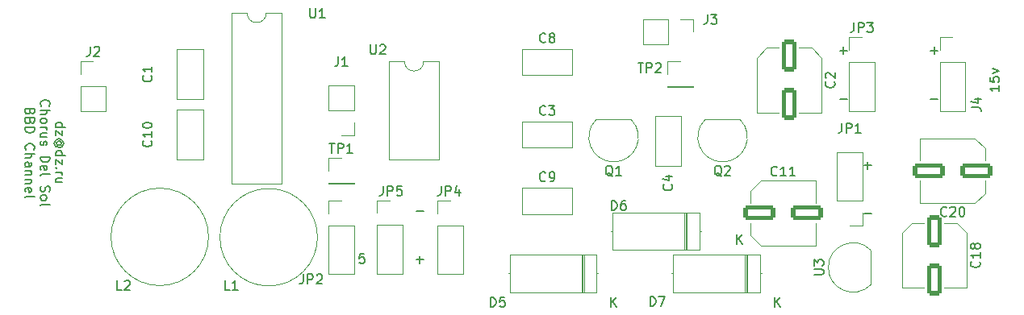
<source format=gbr>
%TF.GenerationSoftware,KiCad,Pcbnew,(6.0.10)*%
%TF.CreationDate,2023-04-08T13:13:14+03:00*%
%TF.ProjectId,DelSol_Voice,44656c53-6f6c-45f5-966f-6963652e6b69,rev?*%
%TF.SameCoordinates,Original*%
%TF.FileFunction,Legend,Top*%
%TF.FilePolarity,Positive*%
%FSLAX46Y46*%
G04 Gerber Fmt 4.6, Leading zero omitted, Abs format (unit mm)*
G04 Created by KiCad (PCBNEW (6.0.10)) date 2023-04-08 13:13:14*
%MOMM*%
%LPD*%
G01*
G04 APERTURE LIST*
G04 Aperture macros list*
%AMRoundRect*
0 Rectangle with rounded corners*
0 $1 Rounding radius*
0 $2 $3 $4 $5 $6 $7 $8 $9 X,Y pos of 4 corners*
0 Add a 4 corners polygon primitive as box body*
4,1,4,$2,$3,$4,$5,$6,$7,$8,$9,$2,$3,0*
0 Add four circle primitives for the rounded corners*
1,1,$1+$1,$2,$3*
1,1,$1+$1,$4,$5*
1,1,$1+$1,$6,$7*
1,1,$1+$1,$8,$9*
0 Add four rect primitives between the rounded corners*
20,1,$1+$1,$2,$3,$4,$5,0*
20,1,$1+$1,$4,$5,$6,$7,0*
20,1,$1+$1,$6,$7,$8,$9,0*
20,1,$1+$1,$8,$9,$2,$3,0*%
G04 Aperture macros list end*
%ADD10C,0.150000*%
%ADD11C,0.120000*%
%ADD12C,1.600000*%
%ADD13C,3.200000*%
%ADD14R,1.700000X1.700000*%
%ADD15O,1.700000X1.700000*%
%ADD16R,1.300000X1.300000*%
%ADD17C,1.300000*%
%ADD18RoundRect,0.250000X1.412500X0.550000X-1.412500X0.550000X-1.412500X-0.550000X1.412500X-0.550000X0*%
%ADD19R,2.800000X2.800000*%
%ADD20O,2.800000X2.800000*%
%ADD21RoundRect,0.250000X-1.412500X-0.550000X1.412500X-0.550000X1.412500X0.550000X-1.412500X0.550000X0*%
%ADD22C,2.600000*%
%ADD23RoundRect,0.250000X-0.550000X1.412500X-0.550000X-1.412500X0.550000X-1.412500X0.550000X1.412500X0*%
%ADD24R,1.600000X1.600000*%
%ADD25O,1.600000X1.600000*%
%ADD26R,1.500000X1.050000*%
%ADD27O,1.500000X1.050000*%
G04 APERTURE END LIST*
D10*
X96407619Y-109069523D02*
X97407619Y-109069523D01*
X96455238Y-109069523D02*
X96407619Y-108974285D01*
X96407619Y-108783809D01*
X96455238Y-108688571D01*
X96502857Y-108640952D01*
X96598095Y-108593333D01*
X96883809Y-108593333D01*
X96979047Y-108640952D01*
X97026666Y-108688571D01*
X97074285Y-108783809D01*
X97074285Y-108974285D01*
X97026666Y-109069523D01*
X97074285Y-109450476D02*
X97074285Y-109974285D01*
X96407619Y-109450476D01*
X96407619Y-109974285D01*
X96883809Y-110974285D02*
X96931428Y-110926666D01*
X96979047Y-110831428D01*
X96979047Y-110736190D01*
X96931428Y-110640952D01*
X96883809Y-110593333D01*
X96788571Y-110545714D01*
X96693333Y-110545714D01*
X96598095Y-110593333D01*
X96550476Y-110640952D01*
X96502857Y-110736190D01*
X96502857Y-110831428D01*
X96550476Y-110926666D01*
X96598095Y-110974285D01*
X96979047Y-110974285D02*
X96598095Y-110974285D01*
X96550476Y-111021904D01*
X96550476Y-111069523D01*
X96598095Y-111164761D01*
X96693333Y-111212380D01*
X96931428Y-111212380D01*
X97074285Y-111117142D01*
X97169523Y-110974285D01*
X97217142Y-110783809D01*
X97169523Y-110593333D01*
X97074285Y-110450476D01*
X96931428Y-110355238D01*
X96740952Y-110307619D01*
X96550476Y-110355238D01*
X96407619Y-110450476D01*
X96312380Y-110593333D01*
X96264761Y-110783809D01*
X96312380Y-110974285D01*
X96407619Y-111117142D01*
X96407619Y-112069523D02*
X97407619Y-112069523D01*
X96455238Y-112069523D02*
X96407619Y-111974285D01*
X96407619Y-111783809D01*
X96455238Y-111688571D01*
X96502857Y-111640952D01*
X96598095Y-111593333D01*
X96883809Y-111593333D01*
X96979047Y-111640952D01*
X97026666Y-111688571D01*
X97074285Y-111783809D01*
X97074285Y-111974285D01*
X97026666Y-112069523D01*
X97074285Y-112450476D02*
X97074285Y-112974285D01*
X96407619Y-112450476D01*
X96407619Y-112974285D01*
X96502857Y-113355238D02*
X96455238Y-113402857D01*
X96407619Y-113355238D01*
X96455238Y-113307619D01*
X96502857Y-113355238D01*
X96407619Y-113355238D01*
X96407619Y-113831428D02*
X97074285Y-113831428D01*
X96883809Y-113831428D02*
X96979047Y-113879047D01*
X97026666Y-113926666D01*
X97074285Y-114021904D01*
X97074285Y-114117142D01*
X97074285Y-114879047D02*
X96407619Y-114879047D01*
X97074285Y-114450476D02*
X96550476Y-114450476D01*
X96455238Y-114498095D01*
X96407619Y-114593333D01*
X96407619Y-114736190D01*
X96455238Y-114831428D01*
X96502857Y-114879047D01*
X94892857Y-106855238D02*
X94845238Y-106807619D01*
X94797619Y-106664761D01*
X94797619Y-106569523D01*
X94845238Y-106426666D01*
X94940476Y-106331428D01*
X95035714Y-106283809D01*
X95226190Y-106236190D01*
X95369047Y-106236190D01*
X95559523Y-106283809D01*
X95654761Y-106331428D01*
X95750000Y-106426666D01*
X95797619Y-106569523D01*
X95797619Y-106664761D01*
X95750000Y-106807619D01*
X95702380Y-106855238D01*
X94797619Y-107283809D02*
X95797619Y-107283809D01*
X94797619Y-107712380D02*
X95321428Y-107712380D01*
X95416666Y-107664761D01*
X95464285Y-107569523D01*
X95464285Y-107426666D01*
X95416666Y-107331428D01*
X95369047Y-107283809D01*
X94797619Y-108331428D02*
X94845238Y-108236190D01*
X94892857Y-108188571D01*
X94988095Y-108140952D01*
X95273809Y-108140952D01*
X95369047Y-108188571D01*
X95416666Y-108236190D01*
X95464285Y-108331428D01*
X95464285Y-108474285D01*
X95416666Y-108569523D01*
X95369047Y-108617142D01*
X95273809Y-108664761D01*
X94988095Y-108664761D01*
X94892857Y-108617142D01*
X94845238Y-108569523D01*
X94797619Y-108474285D01*
X94797619Y-108331428D01*
X94797619Y-109093333D02*
X95464285Y-109093333D01*
X95273809Y-109093333D02*
X95369047Y-109140952D01*
X95416666Y-109188571D01*
X95464285Y-109283809D01*
X95464285Y-109379047D01*
X95464285Y-110140952D02*
X94797619Y-110140952D01*
X95464285Y-109712380D02*
X94940476Y-109712380D01*
X94845238Y-109760000D01*
X94797619Y-109855238D01*
X94797619Y-109998095D01*
X94845238Y-110093333D01*
X94892857Y-110140952D01*
X94845238Y-110569523D02*
X94797619Y-110664761D01*
X94797619Y-110855238D01*
X94845238Y-110950476D01*
X94940476Y-110998095D01*
X94988095Y-110998095D01*
X95083333Y-110950476D01*
X95130952Y-110855238D01*
X95130952Y-110712380D01*
X95178571Y-110617142D01*
X95273809Y-110569523D01*
X95321428Y-110569523D01*
X95416666Y-110617142D01*
X95464285Y-110712380D01*
X95464285Y-110855238D01*
X95416666Y-110950476D01*
X94797619Y-112188571D02*
X95797619Y-112188571D01*
X95797619Y-112426666D01*
X95750000Y-112569523D01*
X95654761Y-112664761D01*
X95559523Y-112712380D01*
X95369047Y-112760000D01*
X95226190Y-112760000D01*
X95035714Y-112712380D01*
X94940476Y-112664761D01*
X94845238Y-112569523D01*
X94797619Y-112426666D01*
X94797619Y-112188571D01*
X94845238Y-113569523D02*
X94797619Y-113474285D01*
X94797619Y-113283809D01*
X94845238Y-113188571D01*
X94940476Y-113140952D01*
X95321428Y-113140952D01*
X95416666Y-113188571D01*
X95464285Y-113283809D01*
X95464285Y-113474285D01*
X95416666Y-113569523D01*
X95321428Y-113617142D01*
X95226190Y-113617142D01*
X95130952Y-113140952D01*
X94797619Y-114188571D02*
X94845238Y-114093333D01*
X94940476Y-114045714D01*
X95797619Y-114045714D01*
X94845238Y-115283809D02*
X94797619Y-115426666D01*
X94797619Y-115664761D01*
X94845238Y-115760000D01*
X94892857Y-115807619D01*
X94988095Y-115855238D01*
X95083333Y-115855238D01*
X95178571Y-115807619D01*
X95226190Y-115760000D01*
X95273809Y-115664761D01*
X95321428Y-115474285D01*
X95369047Y-115379047D01*
X95416666Y-115331428D01*
X95511904Y-115283809D01*
X95607142Y-115283809D01*
X95702380Y-115331428D01*
X95750000Y-115379047D01*
X95797619Y-115474285D01*
X95797619Y-115712380D01*
X95750000Y-115855238D01*
X94797619Y-116426666D02*
X94845238Y-116331428D01*
X94892857Y-116283809D01*
X94988095Y-116236190D01*
X95273809Y-116236190D01*
X95369047Y-116283809D01*
X95416666Y-116331428D01*
X95464285Y-116426666D01*
X95464285Y-116569523D01*
X95416666Y-116664761D01*
X95369047Y-116712380D01*
X95273809Y-116760000D01*
X94988095Y-116760000D01*
X94892857Y-116712380D01*
X94845238Y-116664761D01*
X94797619Y-116569523D01*
X94797619Y-116426666D01*
X94797619Y-117331428D02*
X94845238Y-117236190D01*
X94940476Y-117188571D01*
X95797619Y-117188571D01*
X93711428Y-107450476D02*
X93663809Y-107593333D01*
X93616190Y-107640952D01*
X93520952Y-107688571D01*
X93378095Y-107688571D01*
X93282857Y-107640952D01*
X93235238Y-107593333D01*
X93187619Y-107498095D01*
X93187619Y-107117142D01*
X94187619Y-107117142D01*
X94187619Y-107450476D01*
X94140000Y-107545714D01*
X94092380Y-107593333D01*
X93997142Y-107640952D01*
X93901904Y-107640952D01*
X93806666Y-107593333D01*
X93759047Y-107545714D01*
X93711428Y-107450476D01*
X93711428Y-107117142D01*
X93711428Y-108450476D02*
X93663809Y-108593333D01*
X93616190Y-108640952D01*
X93520952Y-108688571D01*
X93378095Y-108688571D01*
X93282857Y-108640952D01*
X93235238Y-108593333D01*
X93187619Y-108498095D01*
X93187619Y-108117142D01*
X94187619Y-108117142D01*
X94187619Y-108450476D01*
X94140000Y-108545714D01*
X94092380Y-108593333D01*
X93997142Y-108640952D01*
X93901904Y-108640952D01*
X93806666Y-108593333D01*
X93759047Y-108545714D01*
X93711428Y-108450476D01*
X93711428Y-108117142D01*
X93187619Y-109117142D02*
X94187619Y-109117142D01*
X94187619Y-109355238D01*
X94140000Y-109498095D01*
X94044761Y-109593333D01*
X93949523Y-109640952D01*
X93759047Y-109688571D01*
X93616190Y-109688571D01*
X93425714Y-109640952D01*
X93330476Y-109593333D01*
X93235238Y-109498095D01*
X93187619Y-109355238D01*
X93187619Y-109117142D01*
X93282857Y-111450476D02*
X93235238Y-111402857D01*
X93187619Y-111260000D01*
X93187619Y-111164761D01*
X93235238Y-111021904D01*
X93330476Y-110926666D01*
X93425714Y-110879047D01*
X93616190Y-110831428D01*
X93759047Y-110831428D01*
X93949523Y-110879047D01*
X94044761Y-110926666D01*
X94140000Y-111021904D01*
X94187619Y-111164761D01*
X94187619Y-111260000D01*
X94140000Y-111402857D01*
X94092380Y-111450476D01*
X93187619Y-111879047D02*
X94187619Y-111879047D01*
X93187619Y-112307619D02*
X93711428Y-112307619D01*
X93806666Y-112260000D01*
X93854285Y-112164761D01*
X93854285Y-112021904D01*
X93806666Y-111926666D01*
X93759047Y-111879047D01*
X93187619Y-113212380D02*
X93711428Y-113212380D01*
X93806666Y-113164761D01*
X93854285Y-113069523D01*
X93854285Y-112879047D01*
X93806666Y-112783809D01*
X93235238Y-113212380D02*
X93187619Y-113117142D01*
X93187619Y-112879047D01*
X93235238Y-112783809D01*
X93330476Y-112736190D01*
X93425714Y-112736190D01*
X93520952Y-112783809D01*
X93568571Y-112879047D01*
X93568571Y-113117142D01*
X93616190Y-113212380D01*
X93854285Y-113688571D02*
X93187619Y-113688571D01*
X93759047Y-113688571D02*
X93806666Y-113736190D01*
X93854285Y-113831428D01*
X93854285Y-113974285D01*
X93806666Y-114069523D01*
X93711428Y-114117142D01*
X93187619Y-114117142D01*
X93854285Y-114593333D02*
X93187619Y-114593333D01*
X93759047Y-114593333D02*
X93806666Y-114640952D01*
X93854285Y-114736190D01*
X93854285Y-114879047D01*
X93806666Y-114974285D01*
X93711428Y-115021904D01*
X93187619Y-115021904D01*
X93235238Y-115879047D02*
X93187619Y-115783809D01*
X93187619Y-115593333D01*
X93235238Y-115498095D01*
X93330476Y-115450476D01*
X93711428Y-115450476D01*
X93806666Y-115498095D01*
X93854285Y-115593333D01*
X93854285Y-115783809D01*
X93806666Y-115879047D01*
X93711428Y-115926666D01*
X93616190Y-115926666D01*
X93520952Y-115450476D01*
X93187619Y-116498095D02*
X93235238Y-116402857D01*
X93330476Y-116355238D01*
X94187619Y-116355238D01*
X195397380Y-104711428D02*
X195397380Y-105282857D01*
X195397380Y-104997142D02*
X194397380Y-104997142D01*
X194540238Y-105092380D01*
X194635476Y-105187619D01*
X194683095Y-105282857D01*
X194397380Y-103806666D02*
X194397380Y-104282857D01*
X194873571Y-104330476D01*
X194825952Y-104282857D01*
X194778333Y-104187619D01*
X194778333Y-103949523D01*
X194825952Y-103854285D01*
X194873571Y-103806666D01*
X194968809Y-103759047D01*
X195206904Y-103759047D01*
X195302142Y-103806666D01*
X195349761Y-103854285D01*
X195397380Y-103949523D01*
X195397380Y-104187619D01*
X195349761Y-104282857D01*
X195302142Y-104330476D01*
X194730714Y-103425714D02*
X195397380Y-103187619D01*
X194730714Y-102949523D01*
X188214047Y-106116428D02*
X188975952Y-106116428D01*
X188975952Y-101036428D02*
X188214047Y-101036428D01*
X188595000Y-101417380D02*
X188595000Y-100655476D01*
X128762095Y-122388380D02*
X128285904Y-122388380D01*
X128238285Y-122864571D01*
X128285904Y-122816952D01*
X128381142Y-122769333D01*
X128619238Y-122769333D01*
X128714476Y-122816952D01*
X128762095Y-122864571D01*
X128809714Y-122959809D01*
X128809714Y-123197904D01*
X128762095Y-123293142D01*
X128714476Y-123340761D01*
X128619238Y-123388380D01*
X128381142Y-123388380D01*
X128285904Y-123340761D01*
X128238285Y-123293142D01*
X179450952Y-101036428D02*
X178689047Y-101036428D01*
X179070000Y-101417380D02*
X179070000Y-100655476D01*
X178689047Y-106116428D02*
X179450952Y-106116428D01*
X181229047Y-118181428D02*
X181990952Y-118181428D01*
X134239047Y-117927428D02*
X135000952Y-117927428D01*
X134239047Y-123007428D02*
X135000952Y-123007428D01*
X134620000Y-123388380D02*
X134620000Y-122626476D01*
X181990952Y-113101428D02*
X181229047Y-113101428D01*
X181610000Y-113482380D02*
X181610000Y-112720476D01*
X161012142Y-115101666D02*
X161059761Y-115149285D01*
X161107380Y-115292142D01*
X161107380Y-115387380D01*
X161059761Y-115530238D01*
X160964523Y-115625476D01*
X160869285Y-115673095D01*
X160678809Y-115720714D01*
X160535952Y-115720714D01*
X160345476Y-115673095D01*
X160250238Y-115625476D01*
X160155000Y-115530238D01*
X160107380Y-115387380D01*
X160107380Y-115292142D01*
X160155000Y-115149285D01*
X160202619Y-115101666D01*
X160440714Y-114244523D02*
X161107380Y-114244523D01*
X160059761Y-114482619D02*
X160774047Y-114720714D01*
X160774047Y-114101666D01*
X147788333Y-100092142D02*
X147740714Y-100139761D01*
X147597857Y-100187380D01*
X147502619Y-100187380D01*
X147359761Y-100139761D01*
X147264523Y-100044523D01*
X147216904Y-99949285D01*
X147169285Y-99758809D01*
X147169285Y-99615952D01*
X147216904Y-99425476D01*
X147264523Y-99330238D01*
X147359761Y-99235000D01*
X147502619Y-99187380D01*
X147597857Y-99187380D01*
X147740714Y-99235000D01*
X147788333Y-99282619D01*
X148359761Y-99615952D02*
X148264523Y-99568333D01*
X148216904Y-99520714D01*
X148169285Y-99425476D01*
X148169285Y-99377857D01*
X148216904Y-99282619D01*
X148264523Y-99235000D01*
X148359761Y-99187380D01*
X148550238Y-99187380D01*
X148645476Y-99235000D01*
X148693095Y-99282619D01*
X148740714Y-99377857D01*
X148740714Y-99425476D01*
X148693095Y-99520714D01*
X148645476Y-99568333D01*
X148550238Y-99615952D01*
X148359761Y-99615952D01*
X148264523Y-99663571D01*
X148216904Y-99711190D01*
X148169285Y-99806428D01*
X148169285Y-99996904D01*
X148216904Y-100092142D01*
X148264523Y-100139761D01*
X148359761Y-100187380D01*
X148550238Y-100187380D01*
X148645476Y-100139761D01*
X148693095Y-100092142D01*
X148740714Y-99996904D01*
X148740714Y-99806428D01*
X148693095Y-99711190D01*
X148645476Y-99663571D01*
X148550238Y-99615952D01*
X130738666Y-115276380D02*
X130738666Y-115990666D01*
X130691047Y-116133523D01*
X130595809Y-116228761D01*
X130452952Y-116276380D01*
X130357714Y-116276380D01*
X131214857Y-116276380D02*
X131214857Y-115276380D01*
X131595809Y-115276380D01*
X131691047Y-115324000D01*
X131738666Y-115371619D01*
X131786285Y-115466857D01*
X131786285Y-115609714D01*
X131738666Y-115704952D01*
X131691047Y-115752571D01*
X131595809Y-115800190D01*
X131214857Y-115800190D01*
X132691047Y-115276380D02*
X132214857Y-115276380D01*
X132167238Y-115752571D01*
X132214857Y-115704952D01*
X132310095Y-115657333D01*
X132548190Y-115657333D01*
X132643428Y-115704952D01*
X132691047Y-115752571D01*
X132738666Y-115847809D01*
X132738666Y-116085904D01*
X132691047Y-116181142D01*
X132643428Y-116228761D01*
X132548190Y-116276380D01*
X132310095Y-116276380D01*
X132214857Y-116228761D01*
X132167238Y-116181142D01*
X166274761Y-114237619D02*
X166179523Y-114190000D01*
X166084285Y-114094761D01*
X165941428Y-113951904D01*
X165846190Y-113904285D01*
X165750952Y-113904285D01*
X165798571Y-114142380D02*
X165703333Y-114094761D01*
X165608095Y-113999523D01*
X165560476Y-113809047D01*
X165560476Y-113475714D01*
X165608095Y-113285238D01*
X165703333Y-113190000D01*
X165798571Y-113142380D01*
X165989047Y-113142380D01*
X166084285Y-113190000D01*
X166179523Y-113285238D01*
X166227142Y-113475714D01*
X166227142Y-113809047D01*
X166179523Y-113999523D01*
X166084285Y-114094761D01*
X165989047Y-114142380D01*
X165798571Y-114142380D01*
X166608095Y-113237619D02*
X166655714Y-113190000D01*
X166750952Y-113142380D01*
X166989047Y-113142380D01*
X167084285Y-113190000D01*
X167131904Y-113237619D01*
X167179523Y-113332857D01*
X167179523Y-113428095D01*
X167131904Y-113570952D01*
X166560476Y-114142380D01*
X167179523Y-114142380D01*
X154844761Y-114237619D02*
X154749523Y-114190000D01*
X154654285Y-114094761D01*
X154511428Y-113951904D01*
X154416190Y-113904285D01*
X154320952Y-113904285D01*
X154368571Y-114142380D02*
X154273333Y-114094761D01*
X154178095Y-113999523D01*
X154130476Y-113809047D01*
X154130476Y-113475714D01*
X154178095Y-113285238D01*
X154273333Y-113190000D01*
X154368571Y-113142380D01*
X154559047Y-113142380D01*
X154654285Y-113190000D01*
X154749523Y-113285238D01*
X154797142Y-113475714D01*
X154797142Y-113809047D01*
X154749523Y-113999523D01*
X154654285Y-114094761D01*
X154559047Y-114142380D01*
X154368571Y-114142380D01*
X155749523Y-114142380D02*
X155178095Y-114142380D01*
X155463809Y-114142380D02*
X155463809Y-113142380D01*
X155368571Y-113285238D01*
X155273333Y-113380476D01*
X155178095Y-113428095D01*
X106402142Y-110497857D02*
X106449761Y-110545476D01*
X106497380Y-110688333D01*
X106497380Y-110783571D01*
X106449761Y-110926428D01*
X106354523Y-111021666D01*
X106259285Y-111069285D01*
X106068809Y-111116904D01*
X105925952Y-111116904D01*
X105735476Y-111069285D01*
X105640238Y-111021666D01*
X105545000Y-110926428D01*
X105497380Y-110783571D01*
X105497380Y-110688333D01*
X105545000Y-110545476D01*
X105592619Y-110497857D01*
X106497380Y-109545476D02*
X106497380Y-110116904D01*
X106497380Y-109831190D02*
X105497380Y-109831190D01*
X105640238Y-109926428D01*
X105735476Y-110021666D01*
X105783095Y-110116904D01*
X105497380Y-108926428D02*
X105497380Y-108831190D01*
X105545000Y-108735952D01*
X105592619Y-108688333D01*
X105687857Y-108640714D01*
X105878333Y-108593095D01*
X106116428Y-108593095D01*
X106306904Y-108640714D01*
X106402142Y-108688333D01*
X106449761Y-108735952D01*
X106497380Y-108831190D01*
X106497380Y-108926428D01*
X106449761Y-109021666D01*
X106402142Y-109069285D01*
X106306904Y-109116904D01*
X106116428Y-109164523D01*
X105878333Y-109164523D01*
X105687857Y-109116904D01*
X105592619Y-109069285D01*
X105545000Y-109021666D01*
X105497380Y-108926428D01*
X99996666Y-100622380D02*
X99996666Y-101336666D01*
X99949047Y-101479523D01*
X99853809Y-101574761D01*
X99710952Y-101622380D01*
X99615714Y-101622380D01*
X100425238Y-100717619D02*
X100472857Y-100670000D01*
X100568095Y-100622380D01*
X100806190Y-100622380D01*
X100901428Y-100670000D01*
X100949047Y-100717619D01*
X100996666Y-100812857D01*
X100996666Y-100908095D01*
X100949047Y-101050952D01*
X100377619Y-101622380D01*
X100996666Y-101622380D01*
X189857142Y-118372142D02*
X189809523Y-118419761D01*
X189666666Y-118467380D01*
X189571428Y-118467380D01*
X189428571Y-118419761D01*
X189333333Y-118324523D01*
X189285714Y-118229285D01*
X189238095Y-118038809D01*
X189238095Y-117895952D01*
X189285714Y-117705476D01*
X189333333Y-117610238D01*
X189428571Y-117515000D01*
X189571428Y-117467380D01*
X189666666Y-117467380D01*
X189809523Y-117515000D01*
X189857142Y-117562619D01*
X190238095Y-117562619D02*
X190285714Y-117515000D01*
X190380952Y-117467380D01*
X190619047Y-117467380D01*
X190714285Y-117515000D01*
X190761904Y-117562619D01*
X190809523Y-117657857D01*
X190809523Y-117753095D01*
X190761904Y-117895952D01*
X190190476Y-118467380D01*
X190809523Y-118467380D01*
X191428571Y-117467380D02*
X191523809Y-117467380D01*
X191619047Y-117515000D01*
X191666666Y-117562619D01*
X191714285Y-117657857D01*
X191761904Y-117848333D01*
X191761904Y-118086428D01*
X191714285Y-118276904D01*
X191666666Y-118372142D01*
X191619047Y-118419761D01*
X191523809Y-118467380D01*
X191428571Y-118467380D01*
X191333333Y-118419761D01*
X191285714Y-118372142D01*
X191238095Y-118276904D01*
X191190476Y-118086428D01*
X191190476Y-117848333D01*
X191238095Y-117657857D01*
X191285714Y-117562619D01*
X191333333Y-117515000D01*
X191428571Y-117467380D01*
X147788333Y-114697142D02*
X147740714Y-114744761D01*
X147597857Y-114792380D01*
X147502619Y-114792380D01*
X147359761Y-114744761D01*
X147264523Y-114649523D01*
X147216904Y-114554285D01*
X147169285Y-114363809D01*
X147169285Y-114220952D01*
X147216904Y-114030476D01*
X147264523Y-113935238D01*
X147359761Y-113840000D01*
X147502619Y-113792380D01*
X147597857Y-113792380D01*
X147740714Y-113840000D01*
X147788333Y-113887619D01*
X148264523Y-114792380D02*
X148455000Y-114792380D01*
X148550238Y-114744761D01*
X148597857Y-114697142D01*
X148693095Y-114554285D01*
X148740714Y-114363809D01*
X148740714Y-113982857D01*
X148693095Y-113887619D01*
X148645476Y-113840000D01*
X148550238Y-113792380D01*
X148359761Y-113792380D01*
X148264523Y-113840000D01*
X148216904Y-113887619D01*
X148169285Y-113982857D01*
X148169285Y-114220952D01*
X148216904Y-114316190D01*
X148264523Y-114363809D01*
X148359761Y-114411428D01*
X148550238Y-114411428D01*
X148645476Y-114363809D01*
X148693095Y-114316190D01*
X148740714Y-114220952D01*
X142009904Y-127960380D02*
X142009904Y-126960380D01*
X142248000Y-126960380D01*
X142390857Y-127008000D01*
X142486095Y-127103238D01*
X142533714Y-127198476D01*
X142581333Y-127388952D01*
X142581333Y-127531809D01*
X142533714Y-127722285D01*
X142486095Y-127817523D01*
X142390857Y-127912761D01*
X142248000Y-127960380D01*
X142009904Y-127960380D01*
X143486095Y-126960380D02*
X143009904Y-126960380D01*
X142962285Y-127436571D01*
X143009904Y-127388952D01*
X143105142Y-127341333D01*
X143343238Y-127341333D01*
X143438476Y-127388952D01*
X143486095Y-127436571D01*
X143533714Y-127531809D01*
X143533714Y-127769904D01*
X143486095Y-127865142D01*
X143438476Y-127912761D01*
X143343238Y-127960380D01*
X143105142Y-127960380D01*
X143009904Y-127912761D01*
X142962285Y-127865142D01*
X154678095Y-127960380D02*
X154678095Y-126960380D01*
X155249523Y-127960380D02*
X154820952Y-127388952D01*
X155249523Y-126960380D02*
X154678095Y-127531809D01*
X172077142Y-114117142D02*
X172029523Y-114164761D01*
X171886666Y-114212380D01*
X171791428Y-114212380D01*
X171648571Y-114164761D01*
X171553333Y-114069523D01*
X171505714Y-113974285D01*
X171458095Y-113783809D01*
X171458095Y-113640952D01*
X171505714Y-113450476D01*
X171553333Y-113355238D01*
X171648571Y-113260000D01*
X171791428Y-113212380D01*
X171886666Y-113212380D01*
X172029523Y-113260000D01*
X172077142Y-113307619D01*
X173029523Y-114212380D02*
X172458095Y-114212380D01*
X172743809Y-114212380D02*
X172743809Y-113212380D01*
X172648571Y-113355238D01*
X172553333Y-113450476D01*
X172458095Y-113498095D01*
X173981904Y-114212380D02*
X173410476Y-114212380D01*
X173696190Y-114212380D02*
X173696190Y-113212380D01*
X173600952Y-113355238D01*
X173505714Y-113450476D01*
X173410476Y-113498095D01*
X114641333Y-126182380D02*
X114165142Y-126182380D01*
X114165142Y-125182380D01*
X115498476Y-126182380D02*
X114927047Y-126182380D01*
X115212761Y-126182380D02*
X115212761Y-125182380D01*
X115117523Y-125325238D01*
X115022285Y-125420476D01*
X114927047Y-125468095D01*
X178062142Y-104306666D02*
X178109761Y-104354285D01*
X178157380Y-104497142D01*
X178157380Y-104592380D01*
X178109761Y-104735238D01*
X178014523Y-104830476D01*
X177919285Y-104878095D01*
X177728809Y-104925714D01*
X177585952Y-104925714D01*
X177395476Y-104878095D01*
X177300238Y-104830476D01*
X177205000Y-104735238D01*
X177157380Y-104592380D01*
X177157380Y-104497142D01*
X177205000Y-104354285D01*
X177252619Y-104306666D01*
X177252619Y-103925714D02*
X177205000Y-103878095D01*
X177157380Y-103782857D01*
X177157380Y-103544761D01*
X177205000Y-103449523D01*
X177252619Y-103401904D01*
X177347857Y-103354285D01*
X177443095Y-103354285D01*
X177585952Y-103401904D01*
X178157380Y-103973333D01*
X178157380Y-103354285D01*
X136834666Y-115276380D02*
X136834666Y-115990666D01*
X136787047Y-116133523D01*
X136691809Y-116228761D01*
X136548952Y-116276380D01*
X136453714Y-116276380D01*
X137310857Y-116276380D02*
X137310857Y-115276380D01*
X137691809Y-115276380D01*
X137787047Y-115324000D01*
X137834666Y-115371619D01*
X137882285Y-115466857D01*
X137882285Y-115609714D01*
X137834666Y-115704952D01*
X137787047Y-115752571D01*
X137691809Y-115800190D01*
X137310857Y-115800190D01*
X138739428Y-115609714D02*
X138739428Y-116276380D01*
X138501333Y-115228761D02*
X138263238Y-115943047D01*
X138882285Y-115943047D01*
X193302142Y-123197857D02*
X193349761Y-123245476D01*
X193397380Y-123388333D01*
X193397380Y-123483571D01*
X193349761Y-123626428D01*
X193254523Y-123721666D01*
X193159285Y-123769285D01*
X192968809Y-123816904D01*
X192825952Y-123816904D01*
X192635476Y-123769285D01*
X192540238Y-123721666D01*
X192445000Y-123626428D01*
X192397380Y-123483571D01*
X192397380Y-123388333D01*
X192445000Y-123245476D01*
X192492619Y-123197857D01*
X193397380Y-122245476D02*
X193397380Y-122816904D01*
X193397380Y-122531190D02*
X192397380Y-122531190D01*
X192540238Y-122626428D01*
X192635476Y-122721666D01*
X192683095Y-122816904D01*
X192825952Y-121674047D02*
X192778333Y-121769285D01*
X192730714Y-121816904D01*
X192635476Y-121864523D01*
X192587857Y-121864523D01*
X192492619Y-121816904D01*
X192445000Y-121769285D01*
X192397380Y-121674047D01*
X192397380Y-121483571D01*
X192445000Y-121388333D01*
X192492619Y-121340714D01*
X192587857Y-121293095D01*
X192635476Y-121293095D01*
X192730714Y-121340714D01*
X192778333Y-121388333D01*
X192825952Y-121483571D01*
X192825952Y-121674047D01*
X192873571Y-121769285D01*
X192921190Y-121816904D01*
X193016428Y-121864523D01*
X193206904Y-121864523D01*
X193302142Y-121816904D01*
X193349761Y-121769285D01*
X193397380Y-121674047D01*
X193397380Y-121483571D01*
X193349761Y-121388333D01*
X193302142Y-121340714D01*
X193206904Y-121293095D01*
X193016428Y-121293095D01*
X192921190Y-121340714D01*
X192873571Y-121388333D01*
X192825952Y-121483571D01*
X125103095Y-110787380D02*
X125674523Y-110787380D01*
X125388809Y-111787380D02*
X125388809Y-110787380D01*
X126007857Y-111787380D02*
X126007857Y-110787380D01*
X126388809Y-110787380D01*
X126484047Y-110835000D01*
X126531666Y-110882619D01*
X126579285Y-110977857D01*
X126579285Y-111120714D01*
X126531666Y-111215952D01*
X126484047Y-111263571D01*
X126388809Y-111311190D01*
X126007857Y-111311190D01*
X127531666Y-111787380D02*
X126960238Y-111787380D01*
X127245952Y-111787380D02*
X127245952Y-110787380D01*
X127150714Y-110930238D01*
X127055476Y-111025476D01*
X126960238Y-111073095D01*
X129423095Y-100417380D02*
X129423095Y-101226904D01*
X129470714Y-101322142D01*
X129518333Y-101369761D01*
X129613571Y-101417380D01*
X129804047Y-101417380D01*
X129899285Y-101369761D01*
X129946904Y-101322142D01*
X129994523Y-101226904D01*
X129994523Y-100417380D01*
X130423095Y-100512619D02*
X130470714Y-100465000D01*
X130565952Y-100417380D01*
X130804047Y-100417380D01*
X130899285Y-100465000D01*
X130946904Y-100512619D01*
X130994523Y-100607857D01*
X130994523Y-100703095D01*
X130946904Y-100845952D01*
X130375476Y-101417380D01*
X130994523Y-101417380D01*
X123063095Y-96607380D02*
X123063095Y-97416904D01*
X123110714Y-97512142D01*
X123158333Y-97559761D01*
X123253571Y-97607380D01*
X123444047Y-97607380D01*
X123539285Y-97559761D01*
X123586904Y-97512142D01*
X123634523Y-97416904D01*
X123634523Y-96607380D01*
X124634523Y-97607380D02*
X124063095Y-97607380D01*
X124348809Y-97607380D02*
X124348809Y-96607380D01*
X124253571Y-96750238D01*
X124158333Y-96845476D01*
X124063095Y-96893095D01*
X164766666Y-97242380D02*
X164766666Y-97956666D01*
X164719047Y-98099523D01*
X164623809Y-98194761D01*
X164480952Y-98242380D01*
X164385714Y-98242380D01*
X165147619Y-97242380D02*
X165766666Y-97242380D01*
X165433333Y-97623333D01*
X165576190Y-97623333D01*
X165671428Y-97670952D01*
X165719047Y-97718571D01*
X165766666Y-97813809D01*
X165766666Y-98051904D01*
X165719047Y-98147142D01*
X165671428Y-98194761D01*
X165576190Y-98242380D01*
X165290476Y-98242380D01*
X165195238Y-98194761D01*
X165147619Y-98147142D01*
X154709904Y-117800380D02*
X154709904Y-116800380D01*
X154948000Y-116800380D01*
X155090857Y-116848000D01*
X155186095Y-116943238D01*
X155233714Y-117038476D01*
X155281333Y-117228952D01*
X155281333Y-117371809D01*
X155233714Y-117562285D01*
X155186095Y-117657523D01*
X155090857Y-117752761D01*
X154948000Y-117800380D01*
X154709904Y-117800380D01*
X156138476Y-116800380D02*
X155948000Y-116800380D01*
X155852761Y-116848000D01*
X155805142Y-116895619D01*
X155709904Y-117038476D01*
X155662285Y-117228952D01*
X155662285Y-117609904D01*
X155709904Y-117705142D01*
X155757523Y-117752761D01*
X155852761Y-117800380D01*
X156043238Y-117800380D01*
X156138476Y-117752761D01*
X156186095Y-117705142D01*
X156233714Y-117609904D01*
X156233714Y-117371809D01*
X156186095Y-117276571D01*
X156138476Y-117228952D01*
X156043238Y-117181333D01*
X155852761Y-117181333D01*
X155757523Y-117228952D01*
X155709904Y-117276571D01*
X155662285Y-117371809D01*
X167886095Y-121356380D02*
X167886095Y-120356380D01*
X168457523Y-121356380D02*
X168028952Y-120784952D01*
X168457523Y-120356380D02*
X167886095Y-120927809D01*
X192492380Y-107013333D02*
X193206666Y-107013333D01*
X193349523Y-107060952D01*
X193444761Y-107156190D01*
X193492380Y-107299047D01*
X193492380Y-107394285D01*
X192825714Y-106108571D02*
X193492380Y-106108571D01*
X192444761Y-106346666D02*
X193159047Y-106584761D01*
X193159047Y-105965714D01*
X103338333Y-126182380D02*
X102862142Y-126182380D01*
X102862142Y-125182380D01*
X103624047Y-125277619D02*
X103671666Y-125230000D01*
X103766904Y-125182380D01*
X104005000Y-125182380D01*
X104100238Y-125230000D01*
X104147857Y-125277619D01*
X104195476Y-125372857D01*
X104195476Y-125468095D01*
X104147857Y-125610952D01*
X103576428Y-126182380D01*
X104195476Y-126182380D01*
X157488095Y-102322380D02*
X158059523Y-102322380D01*
X157773809Y-103322380D02*
X157773809Y-102322380D01*
X158392857Y-103322380D02*
X158392857Y-102322380D01*
X158773809Y-102322380D01*
X158869047Y-102370000D01*
X158916666Y-102417619D01*
X158964285Y-102512857D01*
X158964285Y-102655714D01*
X158916666Y-102750952D01*
X158869047Y-102798571D01*
X158773809Y-102846190D01*
X158392857Y-102846190D01*
X159345238Y-102417619D02*
X159392857Y-102370000D01*
X159488095Y-102322380D01*
X159726190Y-102322380D01*
X159821428Y-102370000D01*
X159869047Y-102417619D01*
X159916666Y-102512857D01*
X159916666Y-102608095D01*
X159869047Y-102750952D01*
X159297619Y-103322380D01*
X159916666Y-103322380D01*
X126031666Y-101687380D02*
X126031666Y-102401666D01*
X125984047Y-102544523D01*
X125888809Y-102639761D01*
X125745952Y-102687380D01*
X125650714Y-102687380D01*
X127031666Y-102687380D02*
X126460238Y-102687380D01*
X126745952Y-102687380D02*
X126745952Y-101687380D01*
X126650714Y-101830238D01*
X126555476Y-101925476D01*
X126460238Y-101973095D01*
X178871666Y-108672380D02*
X178871666Y-109386666D01*
X178824047Y-109529523D01*
X178728809Y-109624761D01*
X178585952Y-109672380D01*
X178490714Y-109672380D01*
X179347857Y-109672380D02*
X179347857Y-108672380D01*
X179728809Y-108672380D01*
X179824047Y-108720000D01*
X179871666Y-108767619D01*
X179919285Y-108862857D01*
X179919285Y-109005714D01*
X179871666Y-109100952D01*
X179824047Y-109148571D01*
X179728809Y-109196190D01*
X179347857Y-109196190D01*
X180871666Y-109672380D02*
X180300238Y-109672380D01*
X180585952Y-109672380D02*
X180585952Y-108672380D01*
X180490714Y-108815238D01*
X180395476Y-108910476D01*
X180300238Y-108958095D01*
X158773904Y-127882380D02*
X158773904Y-126882380D01*
X159012000Y-126882380D01*
X159154857Y-126930000D01*
X159250095Y-127025238D01*
X159297714Y-127120476D01*
X159345333Y-127310952D01*
X159345333Y-127453809D01*
X159297714Y-127644285D01*
X159250095Y-127739523D01*
X159154857Y-127834761D01*
X159012000Y-127882380D01*
X158773904Y-127882380D01*
X159678666Y-126882380D02*
X160345333Y-126882380D01*
X159916761Y-127882380D01*
X171823095Y-127960380D02*
X171823095Y-126960380D01*
X172394523Y-127960380D02*
X171965952Y-127388952D01*
X172394523Y-126960380D02*
X171823095Y-127531809D01*
X122356666Y-124547380D02*
X122356666Y-125261666D01*
X122309047Y-125404523D01*
X122213809Y-125499761D01*
X122070952Y-125547380D01*
X121975714Y-125547380D01*
X122832857Y-125547380D02*
X122832857Y-124547380D01*
X123213809Y-124547380D01*
X123309047Y-124595000D01*
X123356666Y-124642619D01*
X123404285Y-124737857D01*
X123404285Y-124880714D01*
X123356666Y-124975952D01*
X123309047Y-125023571D01*
X123213809Y-125071190D01*
X122832857Y-125071190D01*
X123785238Y-124642619D02*
X123832857Y-124595000D01*
X123928095Y-124547380D01*
X124166190Y-124547380D01*
X124261428Y-124595000D01*
X124309047Y-124642619D01*
X124356666Y-124737857D01*
X124356666Y-124833095D01*
X124309047Y-124975952D01*
X123737619Y-125547380D01*
X124356666Y-125547380D01*
X180141666Y-98087380D02*
X180141666Y-98801666D01*
X180094047Y-98944523D01*
X179998809Y-99039761D01*
X179855952Y-99087380D01*
X179760714Y-99087380D01*
X180617857Y-99087380D02*
X180617857Y-98087380D01*
X180998809Y-98087380D01*
X181094047Y-98135000D01*
X181141666Y-98182619D01*
X181189285Y-98277857D01*
X181189285Y-98420714D01*
X181141666Y-98515952D01*
X181094047Y-98563571D01*
X180998809Y-98611190D01*
X180617857Y-98611190D01*
X181522619Y-98087380D02*
X182141666Y-98087380D01*
X181808333Y-98468333D01*
X181951190Y-98468333D01*
X182046428Y-98515952D01*
X182094047Y-98563571D01*
X182141666Y-98658809D01*
X182141666Y-98896904D01*
X182094047Y-98992142D01*
X182046428Y-99039761D01*
X181951190Y-99087380D01*
X181665476Y-99087380D01*
X181570238Y-99039761D01*
X181522619Y-98992142D01*
X147788333Y-107712142D02*
X147740714Y-107759761D01*
X147597857Y-107807380D01*
X147502619Y-107807380D01*
X147359761Y-107759761D01*
X147264523Y-107664523D01*
X147216904Y-107569285D01*
X147169285Y-107378809D01*
X147169285Y-107235952D01*
X147216904Y-107045476D01*
X147264523Y-106950238D01*
X147359761Y-106855000D01*
X147502619Y-106807380D01*
X147597857Y-106807380D01*
X147740714Y-106855000D01*
X147788333Y-106902619D01*
X148121666Y-106807380D02*
X148740714Y-106807380D01*
X148407380Y-107188333D01*
X148550238Y-107188333D01*
X148645476Y-107235952D01*
X148693095Y-107283571D01*
X148740714Y-107378809D01*
X148740714Y-107616904D01*
X148693095Y-107712142D01*
X148645476Y-107759761D01*
X148550238Y-107807380D01*
X148264523Y-107807380D01*
X148169285Y-107759761D01*
X148121666Y-107712142D01*
X106402142Y-103671666D02*
X106449761Y-103719285D01*
X106497380Y-103862142D01*
X106497380Y-103957380D01*
X106449761Y-104100238D01*
X106354523Y-104195476D01*
X106259285Y-104243095D01*
X106068809Y-104290714D01*
X105925952Y-104290714D01*
X105735476Y-104243095D01*
X105640238Y-104195476D01*
X105545000Y-104100238D01*
X105497380Y-103957380D01*
X105497380Y-103862142D01*
X105545000Y-103719285D01*
X105592619Y-103671666D01*
X106497380Y-102719285D02*
X106497380Y-103290714D01*
X106497380Y-103005000D02*
X105497380Y-103005000D01*
X105640238Y-103100238D01*
X105735476Y-103195476D01*
X105783095Y-103290714D01*
X175957380Y-124586904D02*
X176766904Y-124586904D01*
X176862142Y-124539285D01*
X176909761Y-124491666D01*
X176957380Y-124396428D01*
X176957380Y-124205952D01*
X176909761Y-124110714D01*
X176862142Y-124063095D01*
X176766904Y-124015476D01*
X175957380Y-124015476D01*
X175957380Y-123634523D02*
X175957380Y-123015476D01*
X176338333Y-123348809D01*
X176338333Y-123205952D01*
X176385952Y-123110714D01*
X176433571Y-123063095D01*
X176528809Y-123015476D01*
X176766904Y-123015476D01*
X176862142Y-123063095D01*
X176909761Y-123110714D01*
X176957380Y-123205952D01*
X176957380Y-123491666D01*
X176909761Y-123586904D01*
X176862142Y-123634523D01*
D11*
X159285000Y-107890000D02*
X162025000Y-107890000D01*
X159285000Y-113130000D02*
X162025000Y-113130000D01*
X159285000Y-113130000D02*
X159285000Y-107890000D01*
X162025000Y-113130000D02*
X162025000Y-107890000D01*
X145335000Y-100865000D02*
X145335000Y-103605000D01*
X145335000Y-103605000D02*
X150575000Y-103605000D01*
X150575000Y-100865000D02*
X150575000Y-103605000D01*
X145335000Y-100865000D02*
X150575000Y-100865000D01*
X132775000Y-119380000D02*
X132775000Y-124520000D01*
X130115000Y-118110000D02*
X130115000Y-116780000D01*
X130115000Y-124520000D02*
X132775000Y-124520000D01*
X130115000Y-119380000D02*
X132775000Y-119380000D01*
X130115000Y-119380000D02*
X130115000Y-124520000D01*
X130115000Y-116780000D02*
X131445000Y-116780000D01*
X168170000Y-108280000D02*
X164570000Y-108280000D01*
X166370000Y-112730001D02*
G75*
G03*
X168208478Y-108291522I0J2600001D01*
G01*
X164531522Y-108291522D02*
G75*
G03*
X166370000Y-112730000I1838478J-1838478D01*
G01*
X156740000Y-108280000D02*
X153140000Y-108280000D01*
X154940000Y-112730001D02*
G75*
G03*
X156778478Y-108291522I0J2600001D01*
G01*
X153101522Y-108291522D02*
G75*
G03*
X154940000Y-112730000I1838478J-1838478D01*
G01*
X111860000Y-112475000D02*
X111860000Y-107235000D01*
X109120000Y-107235000D02*
X111860000Y-107235000D01*
X109120000Y-112475000D02*
X111860000Y-112475000D01*
X109120000Y-112475000D02*
X109120000Y-107235000D01*
X99000000Y-104770000D02*
X101660000Y-104770000D01*
X99000000Y-102170000D02*
X100330000Y-102170000D01*
X101660000Y-104770000D02*
X101660000Y-107370000D01*
X99000000Y-103500000D02*
X99000000Y-102170000D01*
X99000000Y-107370000D02*
X101660000Y-107370000D01*
X99000000Y-104770000D02*
X99000000Y-107370000D01*
X192845563Y-117075000D02*
X187090000Y-117075000D01*
X193910000Y-116010563D02*
X193910000Y-114725000D01*
X193910000Y-111319437D02*
X193910000Y-112605000D01*
X192845563Y-110255000D02*
X187090000Y-110255000D01*
X193910000Y-111319437D02*
X192845563Y-110255000D01*
X193910000Y-116010563D02*
X192845563Y-117075000D01*
X187090000Y-110255000D02*
X187090000Y-112605000D01*
X187090000Y-117075000D02*
X187090000Y-114725000D01*
X145335000Y-115470000D02*
X150575000Y-115470000D01*
X150575000Y-115470000D02*
X150575000Y-118210000D01*
X145335000Y-118210000D02*
X150575000Y-118210000D01*
X145335000Y-115470000D02*
X145335000Y-118210000D01*
X153160000Y-122490000D02*
X144020000Y-122490000D01*
X151825000Y-126430000D02*
X151825000Y-122490000D01*
X144020000Y-126430000D02*
X153160000Y-126430000D01*
X153160000Y-126430000D02*
X153160000Y-122490000D01*
X151585000Y-126430000D02*
X151585000Y-122490000D01*
X153300000Y-124460000D02*
X153160000Y-124460000D01*
X144020000Y-122490000D02*
X144020000Y-126430000D01*
X151705000Y-126430000D02*
X151705000Y-122490000D01*
X143880000Y-124460000D02*
X144020000Y-124460000D01*
X176130000Y-114700000D02*
X176130000Y-117050000D01*
X169310000Y-115764437D02*
X169310000Y-117050000D01*
X169310000Y-120455563D02*
X170374437Y-121520000D01*
X170374437Y-121520000D02*
X176130000Y-121520000D01*
X169310000Y-115764437D02*
X170374437Y-114700000D01*
X169310000Y-120455563D02*
X169310000Y-119170000D01*
X170374437Y-114700000D02*
X176130000Y-114700000D01*
X176130000Y-121520000D02*
X176130000Y-119170000D01*
X123865000Y-120650000D02*
G75*
G03*
X123865000Y-120650000I-5120000J0D01*
G01*
X169945000Y-101794437D02*
X169945000Y-107550000D01*
X171009437Y-100730000D02*
X172295000Y-100730000D01*
X169945000Y-107550000D02*
X172295000Y-107550000D01*
X175700563Y-100730000D02*
X174415000Y-100730000D01*
X176765000Y-101794437D02*
X176765000Y-107550000D01*
X176765000Y-107550000D02*
X174415000Y-107550000D01*
X175700563Y-100730000D02*
X176765000Y-101794437D01*
X171009437Y-100730000D02*
X169945000Y-101794437D01*
X136465000Y-119395000D02*
X139125000Y-119395000D01*
X136465000Y-116795000D02*
X137795000Y-116795000D01*
X136465000Y-124535000D02*
X139125000Y-124535000D01*
X136465000Y-118125000D02*
X136465000Y-116795000D01*
X139125000Y-119395000D02*
X139125000Y-124535000D01*
X136465000Y-119395000D02*
X136465000Y-124535000D01*
X190940563Y-119145000D02*
X189655000Y-119145000D01*
X185185000Y-120209437D02*
X185185000Y-125965000D01*
X190940563Y-119145000D02*
X192005000Y-120209437D01*
X192005000Y-120209437D02*
X192005000Y-125965000D01*
X185185000Y-125965000D02*
X187535000Y-125965000D01*
X192005000Y-125965000D02*
X189655000Y-125965000D01*
X186249437Y-119145000D02*
X185185000Y-120209437D01*
X186249437Y-119145000D02*
X187535000Y-119145000D01*
X127695000Y-114935000D02*
X127695000Y-114995000D01*
X125035000Y-113665000D02*
X125035000Y-112335000D01*
X125035000Y-114935000D02*
X125035000Y-114995000D01*
X125035000Y-114995000D02*
X127695000Y-114995000D01*
X125035000Y-114935000D02*
X127695000Y-114935000D01*
X125035000Y-112335000D02*
X126365000Y-112335000D01*
X136645000Y-112465000D02*
X136645000Y-102185000D01*
X132995000Y-102185000D02*
X131345000Y-102185000D01*
X131345000Y-102185000D02*
X131345000Y-112465000D01*
X136645000Y-102185000D02*
X134995000Y-102185000D01*
X131345000Y-112465000D02*
X136645000Y-112465000D01*
X132995000Y-102185000D02*
G75*
G03*
X134995000Y-102185000I1000000J0D01*
G01*
X114835000Y-97090000D02*
X114835000Y-114990000D01*
X116485000Y-97090000D02*
X114835000Y-97090000D01*
X120135000Y-114990000D02*
X120135000Y-97090000D01*
X114835000Y-114990000D02*
X120135000Y-114990000D01*
X120135000Y-97090000D02*
X118485000Y-97090000D01*
X116485000Y-97090000D02*
G75*
G03*
X118485000Y-97090000I1000000J0D01*
G01*
X160655000Y-100390000D02*
X158055000Y-100390000D01*
X160655000Y-97730000D02*
X158055000Y-97730000D01*
X163255000Y-97730000D02*
X163255000Y-99060000D01*
X161925000Y-97730000D02*
X163255000Y-97730000D01*
X160655000Y-97730000D02*
X160655000Y-100390000D01*
X158055000Y-97730000D02*
X158055000Y-100390000D01*
X162380000Y-121985000D02*
X162380000Y-118045000D01*
X163955000Y-118045000D02*
X154815000Y-118045000D01*
X163955000Y-121985000D02*
X163955000Y-118045000D01*
X154675000Y-120015000D02*
X154815000Y-120015000D01*
X162500000Y-121985000D02*
X162500000Y-118045000D01*
X162620000Y-121985000D02*
X162620000Y-118045000D01*
X154815000Y-118045000D02*
X154815000Y-121985000D01*
X164095000Y-120015000D02*
X163955000Y-120015000D01*
X154815000Y-121985000D02*
X163955000Y-121985000D01*
X189170000Y-100980000D02*
X189170000Y-99650000D01*
X189170000Y-102250000D02*
X189170000Y-107390000D01*
X191830000Y-102250000D02*
X191830000Y-107390000D01*
X189170000Y-107390000D02*
X191830000Y-107390000D01*
X189170000Y-99650000D02*
X190500000Y-99650000D01*
X189170000Y-102250000D02*
X191830000Y-102250000D01*
X112435000Y-120610000D02*
G75*
G03*
X112435000Y-120610000I-5120000J0D01*
G01*
X160595000Y-104835000D02*
X163255000Y-104835000D01*
X160595000Y-102175000D02*
X161925000Y-102175000D01*
X160595000Y-104775000D02*
X163255000Y-104775000D01*
X160595000Y-103505000D02*
X160595000Y-102175000D01*
X163255000Y-104775000D02*
X163255000Y-104835000D01*
X160595000Y-104775000D02*
X160595000Y-104835000D01*
X127695000Y-109920000D02*
X126365000Y-109920000D01*
X127695000Y-104720000D02*
X125035000Y-104720000D01*
X127695000Y-108590000D02*
X127695000Y-109920000D01*
X127695000Y-107320000D02*
X127695000Y-104720000D01*
X127695000Y-107320000D02*
X125035000Y-107320000D01*
X125035000Y-107320000D02*
X125035000Y-104720000D01*
X181035000Y-116825000D02*
X181035000Y-111685000D01*
X178375000Y-116825000D02*
X178375000Y-111685000D01*
X181035000Y-116825000D02*
X178375000Y-116825000D01*
X181035000Y-119425000D02*
X179705000Y-119425000D01*
X181035000Y-118095000D02*
X181035000Y-119425000D01*
X181035000Y-111685000D02*
X178375000Y-111685000D01*
X168850000Y-126430000D02*
X168850000Y-122490000D01*
X161165000Y-122490000D02*
X161165000Y-126430000D01*
X168970000Y-126430000D02*
X168970000Y-122490000D01*
X161025000Y-124460000D02*
X161165000Y-124460000D01*
X170305000Y-122490000D02*
X161165000Y-122490000D01*
X168730000Y-126430000D02*
X168730000Y-122490000D01*
X170305000Y-126430000D02*
X170305000Y-122490000D01*
X170445000Y-124460000D02*
X170305000Y-124460000D01*
X161165000Y-126430000D02*
X170305000Y-126430000D01*
X125035000Y-118125000D02*
X125035000Y-116795000D01*
X125035000Y-124535000D02*
X127695000Y-124535000D01*
X125035000Y-116795000D02*
X126365000Y-116795000D01*
X127695000Y-119395000D02*
X127695000Y-124535000D01*
X125035000Y-119395000D02*
X125035000Y-124535000D01*
X125035000Y-119395000D02*
X127695000Y-119395000D01*
X179645000Y-102235000D02*
X182305000Y-102235000D01*
X179645000Y-99635000D02*
X180975000Y-99635000D01*
X179645000Y-107375000D02*
X182305000Y-107375000D01*
X179645000Y-100965000D02*
X179645000Y-99635000D01*
X179645000Y-102235000D02*
X179645000Y-107375000D01*
X182305000Y-102235000D02*
X182305000Y-107375000D01*
X145335000Y-108485000D02*
X150575000Y-108485000D01*
X150575000Y-108485000D02*
X150575000Y-111225000D01*
X145335000Y-111225000D02*
X150575000Y-111225000D01*
X145335000Y-108485000D02*
X145335000Y-111225000D01*
X109120000Y-106125000D02*
X109120000Y-100885000D01*
X109120000Y-100885000D02*
X111860000Y-100885000D01*
X109120000Y-106125000D02*
X111860000Y-106125000D01*
X111860000Y-106125000D02*
X111860000Y-100885000D01*
X181915000Y-125625000D02*
X181915000Y-122025000D01*
X177464999Y-123825000D02*
G75*
G03*
X181903478Y-125663478I2600001J0D01*
G01*
X181903478Y-121986522D02*
G75*
G03*
X177465000Y-123825000I-1838478J-1838478D01*
G01*
%LPC*%
D12*
X160655000Y-111760000D03*
X160655000Y-109260000D03*
X146705000Y-102235000D03*
X149205000Y-102235000D03*
D13*
X198120000Y-124460000D03*
D14*
X131445000Y-118110000D03*
D15*
X131445000Y-120650000D03*
X131445000Y-123190000D03*
D16*
X167640000Y-110130000D03*
D17*
X166370000Y-111400000D03*
X165100000Y-110130000D03*
D16*
X156210000Y-110130000D03*
D17*
X154940000Y-111400000D03*
X153670000Y-110130000D03*
D12*
X110490000Y-111105000D03*
X110490000Y-108605000D03*
D13*
X95250000Y-124460000D03*
X198120000Y-99695000D03*
D14*
X100330000Y-103500000D03*
D15*
X100330000Y-106040000D03*
D18*
X193037500Y-113665000D03*
X187962500Y-113665000D03*
D12*
X146705000Y-116840000D03*
X149205000Y-116840000D03*
D19*
X154940000Y-124460000D03*
D20*
X142240000Y-124460000D03*
D21*
X170182500Y-118110000D03*
X175257500Y-118110000D03*
D22*
X118745000Y-118150000D03*
X118745000Y-123150000D03*
D23*
X173355000Y-101602500D03*
X173355000Y-106677500D03*
D14*
X137795000Y-118125000D03*
D15*
X137795000Y-120665000D03*
X137795000Y-123205000D03*
D23*
X188595000Y-120017500D03*
X188595000Y-125092500D03*
D14*
X126365000Y-113665000D03*
D13*
X95250000Y-99695000D03*
D24*
X130185000Y-103515000D03*
D25*
X130185000Y-106055000D03*
X130185000Y-108595000D03*
X130185000Y-111135000D03*
X137805000Y-111135000D03*
X137805000Y-108595000D03*
X137805000Y-106055000D03*
X137805000Y-103515000D03*
D24*
X113675000Y-98420000D03*
D25*
X113675000Y-100960000D03*
X113675000Y-103500000D03*
X113675000Y-106040000D03*
X113675000Y-108580000D03*
X113675000Y-111120000D03*
X113675000Y-113660000D03*
X121295000Y-113660000D03*
X121295000Y-111120000D03*
X121295000Y-108580000D03*
X121295000Y-106040000D03*
X121295000Y-103500000D03*
X121295000Y-100960000D03*
X121295000Y-98420000D03*
D14*
X161925000Y-99060000D03*
D15*
X159385000Y-99060000D03*
D19*
X165735000Y-120015000D03*
D20*
X153035000Y-120015000D03*
D14*
X190500000Y-100980000D03*
D15*
X190500000Y-103520000D03*
X190500000Y-106060000D03*
D22*
X107315000Y-118110000D03*
X107315000Y-123110000D03*
D14*
X161925000Y-103505000D03*
X126365000Y-108590000D03*
D15*
X126365000Y-106050000D03*
D14*
X179705000Y-118095000D03*
D15*
X179705000Y-115555000D03*
X179705000Y-113015000D03*
D19*
X172085000Y-124460000D03*
D20*
X159385000Y-124460000D03*
D14*
X126365000Y-118125000D03*
D15*
X126365000Y-120665000D03*
X126365000Y-123205000D03*
D14*
X180975000Y-100965000D03*
D15*
X180975000Y-103505000D03*
X180975000Y-106045000D03*
D12*
X146705000Y-109855000D03*
X149205000Y-109855000D03*
X110490000Y-104755000D03*
X110490000Y-102255000D03*
D26*
X180065000Y-125095000D03*
D27*
X180065000Y-123825000D03*
X180065000Y-122555000D03*
M02*

</source>
